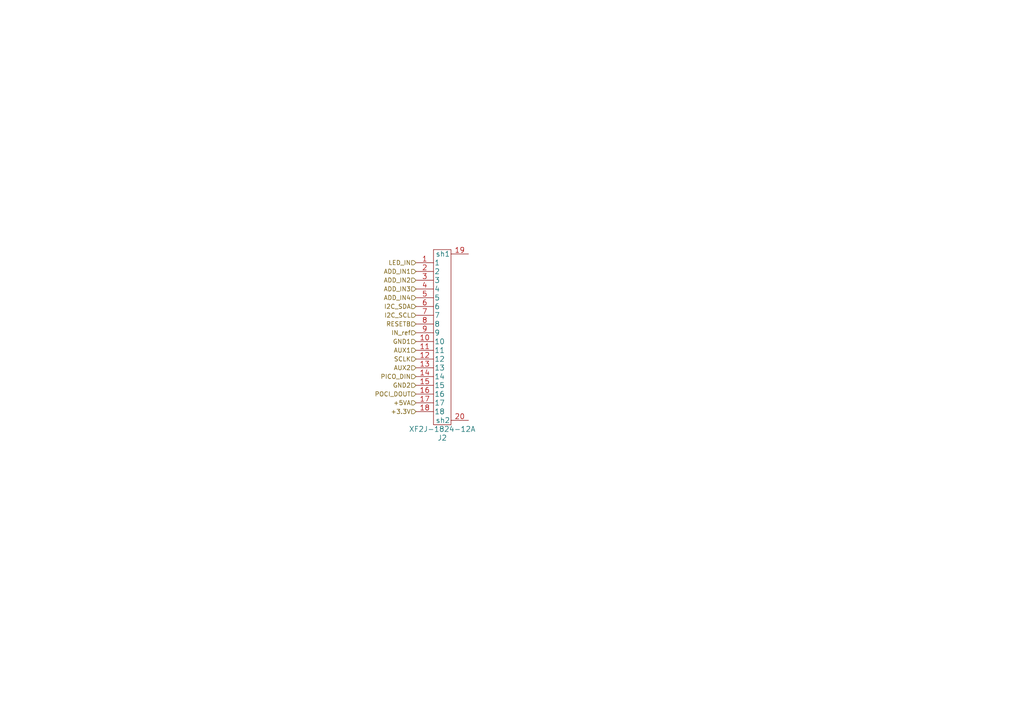
<source format=kicad_sch>
(kicad_sch (version 20230121) (generator eeschema)
  (paper "A4")
  (lib_symbols
    (symbol "00_custom:XF2J-1824-12A" (pin_names (offset 0.254))
      (property "Reference" "J" (at 11.43 -24.13 0))
      (property "Value" "XF2J-1824-12A" (at 20.32 -26.67 0))
      (symbol "XF2J-1824-12A_0_1"
        (rectangle (start 5.08 3.81) (end 10.16 -46.99))
      )
      (symbol "XF2J-1824-12A_1_1"
        (pin unspecified line (at 0 0 0) (length 5.08) (name "1") (number "1"))
        (pin unspecified line (at 0 -22.86 0) (length 5.08) (name "10") (number "10"))
        (pin unspecified line (at 0 -25.4 0) (length 5.08) (name "11") (number "11"))
        (pin unspecified line (at 0 -27.94 0) (length 5.08) (name "12") (number "12"))
        (pin unspecified line (at 0 -30.48 0) (length 5.08) (name "13") (number "13"))
        (pin unspecified line (at 0 -33.02 0) (length 5.08) (name "14") (number "14"))
        (pin unspecified line (at 0 -35.56 0) (length 5.08) (name "15") (number "15"))
        (pin unspecified line (at 0 -38.1 0) (length 5.08) (name "16") (number "16"))
        (pin unspecified line (at 0 -40.64 0) (length 5.08) (name "17") (number "17"))
        (pin unspecified line (at 0 -43.18 0) (length 5.08) (name "18") (number "18"))
        (pin unspecified line (at 15.24 2.54 180) (length 5.08) (name "sh1") (number "19"))
        (pin unspecified line (at 0 -2.54 0) (length 5.08) (name "2") (number "2"))
        (pin unspecified line (at 15.24 -45.72 180) (length 5.08) (name "sh2") (number "20"))
        (pin unspecified line (at 0 -5.08 0) (length 5.08) (name "3") (number "3"))
        (pin unspecified line (at 0 -7.62 0) (length 5.08) (name "4") (number "4"))
        (pin unspecified line (at 0 -10.16 0) (length 5.08) (name "5") (number "5"))
        (pin unspecified line (at 0 -12.7 0) (length 5.08) (name "6") (number "6"))
        (pin unspecified line (at 0 -15.24 0) (length 5.08) (name "7") (number "7"))
        (pin unspecified line (at 0 -17.78 0) (length 5.08) (name "8") (number "8"))
        (pin unspecified line (at 0 -20.32 0) (length 5.08) (name "9") (number "9"))
      )
    )
  )
  (hierarchical_label "I2C_SDA" (shape input) (at 120.65 88.9 180))
  (hierarchical_label "PICO_DIN" (shape input) (at 120.65 109.22 180))
  (hierarchical_label "AUX1" (shape input) (at 120.65 101.6 180))
  (hierarchical_label "GND1" (shape input) (at 120.65 99.06 180))
  (hierarchical_label "+5VA" (shape input) (at 120.65 116.84 180))
  (hierarchical_label "SCLK" (shape input) (at 120.65 104.14 180))
  (hierarchical_label "ADD_IN1" (shape input) (at 120.65 78.74 180))
  (hierarchical_label "+3.3V" (shape input) (at 120.65 119.38 180))
  (hierarchical_label "LED_IN" (shape input) (at 120.65 76.2 180))
  (hierarchical_label "RESETB" (shape input) (at 120.65 93.98 180))
  (hierarchical_label "POCI_DOUT" (shape input) (at 120.65 114.3 180))
  (hierarchical_label "ADD_IN2" (shape input) (at 120.65 81.28 180))
  (hierarchical_label "GND2" (shape input) (at 120.65 111.76 180))
  (hierarchical_label "ADD_IN3" (shape input) (at 120.65 83.82 180))
  (hierarchical_label "I2C_SCL" (shape input) (at 120.65 91.44 180))
  (hierarchical_label "AUX2" (shape input) (at 120.65 106.68 180))
  (hierarchical_label "ADD_IN4" (shape input) (at 120.65 86.36 180))
  (hierarchical_label "IN_ref" (shape input) (at 120.65 96.52 180))
  (symbol (lib_id "00_custom:XF2J-1824-12A") (at 120.65 76.2 0) (unit 1)
    (property "Reference" "J2" (at 128.27 127 0) (effects (font (size 1.524 1.524))))
    (property "Value" "XF2J-1824-12A" (at 128.27 124.46 0) (effects (font (size 1.524 1.524))))
    (property "Footprint" "00_custom-footprints:XF2J-1824-12A" (effects hide))
    (instances (project "clvHd_master_pico" (path "" (reference "J2") (unit 1)) (path "" (reference "J1") (unit 1))) (project "ads1293_logic_add" (path "" (reference "J1") (unit 1))) (project "clvHd_master_teensy41" (path "" (reference "J1") (unit 1))) (project "hc32l110" (path "" (reference "J1") (unit 1))))
  )
)
</source>
